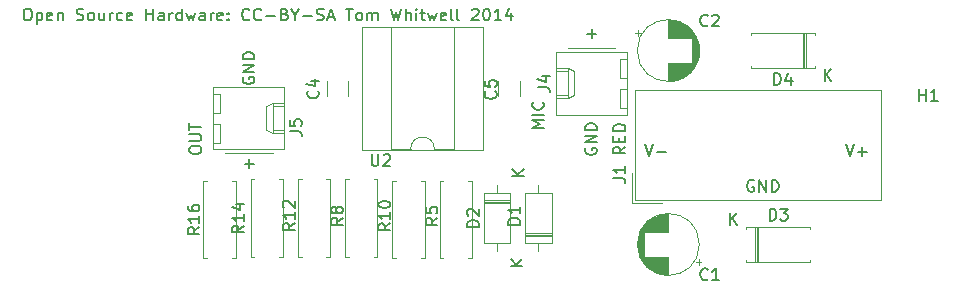
<source format=gbr>
G04 #@! TF.GenerationSoftware,KiCad,Pcbnew,5.1.6-c6e7f7d~87~ubuntu20.04.1*
G04 #@! TF.CreationDate,2020-08-28T15:20:52-04:00*
G04 #@! TF.ProjectId,Mikrokosmos,4d696b72-6f6b-46f7-936d-6f732e6b6963,rev?*
G04 #@! TF.SameCoordinates,Original*
G04 #@! TF.FileFunction,Legend,Top*
G04 #@! TF.FilePolarity,Positive*
%FSLAX46Y46*%
G04 Gerber Fmt 4.6, Leading zero omitted, Abs format (unit mm)*
G04 Created by KiCad (PCBNEW 5.1.6-c6e7f7d~87~ubuntu20.04.1) date 2020-08-28 15:20:52*
%MOMM*%
%LPD*%
G01*
G04 APERTURE LIST*
%ADD10C,0.150000*%
%ADD11C,0.120000*%
G04 APERTURE END LIST*
D10*
X122452380Y-113000000D02*
X122452380Y-112809523D01*
X122500000Y-112714285D01*
X122595238Y-112619047D01*
X122785714Y-112571428D01*
X123119047Y-112571428D01*
X123309523Y-112619047D01*
X123404761Y-112714285D01*
X123452380Y-112809523D01*
X123452380Y-113000000D01*
X123404761Y-113095238D01*
X123309523Y-113190476D01*
X123119047Y-113238095D01*
X122785714Y-113238095D01*
X122595238Y-113190476D01*
X122500000Y-113095238D01*
X122452380Y-113000000D01*
X122452380Y-112142857D02*
X123261904Y-112142857D01*
X123357142Y-112095238D01*
X123404761Y-112047619D01*
X123452380Y-111952380D01*
X123452380Y-111761904D01*
X123404761Y-111666666D01*
X123357142Y-111619047D01*
X123261904Y-111571428D01*
X122452380Y-111571428D01*
X122452380Y-111238095D02*
X122452380Y-110666666D01*
X123452380Y-110952380D02*
X122452380Y-110952380D01*
X152452380Y-111071428D02*
X151452380Y-111071428D01*
X152166666Y-110738095D01*
X151452380Y-110404761D01*
X152452380Y-110404761D01*
X152452380Y-109928571D02*
X151452380Y-109928571D01*
X152357142Y-108880952D02*
X152404761Y-108928571D01*
X152452380Y-109071428D01*
X152452380Y-109166666D01*
X152404761Y-109309523D01*
X152309523Y-109404761D01*
X152214285Y-109452380D01*
X152023809Y-109500000D01*
X151880952Y-109500000D01*
X151690476Y-109452380D01*
X151595238Y-109404761D01*
X151500000Y-109309523D01*
X151452380Y-109166666D01*
X151452380Y-109071428D01*
X151500000Y-108928571D01*
X151547619Y-108880952D01*
X170238095Y-115500000D02*
X170142857Y-115452380D01*
X170000000Y-115452380D01*
X169857142Y-115500000D01*
X169761904Y-115595238D01*
X169714285Y-115690476D01*
X169666666Y-115880952D01*
X169666666Y-116023809D01*
X169714285Y-116214285D01*
X169761904Y-116309523D01*
X169857142Y-116404761D01*
X170000000Y-116452380D01*
X170095238Y-116452380D01*
X170238095Y-116404761D01*
X170285714Y-116357142D01*
X170285714Y-116023809D01*
X170095238Y-116023809D01*
X170714285Y-116452380D02*
X170714285Y-115452380D01*
X171285714Y-116452380D01*
X171285714Y-115452380D01*
X171761904Y-116452380D02*
X171761904Y-115452380D01*
X172000000Y-115452380D01*
X172142857Y-115500000D01*
X172238095Y-115595238D01*
X172285714Y-115690476D01*
X172333333Y-115880952D01*
X172333333Y-116023809D01*
X172285714Y-116214285D01*
X172238095Y-116309523D01*
X172142857Y-116404761D01*
X172000000Y-116452380D01*
X171761904Y-116452380D01*
X178047619Y-112452380D02*
X178380952Y-113452380D01*
X178714285Y-112452380D01*
X179047619Y-113071428D02*
X179809523Y-113071428D01*
X179428571Y-113452380D02*
X179428571Y-112690476D01*
X161047619Y-112452380D02*
X161380952Y-113452380D01*
X161714285Y-112452380D01*
X162047619Y-113071428D02*
X162809523Y-113071428D01*
X108666666Y-100952380D02*
X108857142Y-100952380D01*
X108952380Y-101000000D01*
X109047619Y-101095238D01*
X109095238Y-101285714D01*
X109095238Y-101619047D01*
X109047619Y-101809523D01*
X108952380Y-101904761D01*
X108857142Y-101952380D01*
X108666666Y-101952380D01*
X108571428Y-101904761D01*
X108476190Y-101809523D01*
X108428571Y-101619047D01*
X108428571Y-101285714D01*
X108476190Y-101095238D01*
X108571428Y-101000000D01*
X108666666Y-100952380D01*
X109523809Y-101285714D02*
X109523809Y-102285714D01*
X109523809Y-101333333D02*
X109619047Y-101285714D01*
X109809523Y-101285714D01*
X109904761Y-101333333D01*
X109952380Y-101380952D01*
X110000000Y-101476190D01*
X110000000Y-101761904D01*
X109952380Y-101857142D01*
X109904761Y-101904761D01*
X109809523Y-101952380D01*
X109619047Y-101952380D01*
X109523809Y-101904761D01*
X110809523Y-101904761D02*
X110714285Y-101952380D01*
X110523809Y-101952380D01*
X110428571Y-101904761D01*
X110380952Y-101809523D01*
X110380952Y-101428571D01*
X110428571Y-101333333D01*
X110523809Y-101285714D01*
X110714285Y-101285714D01*
X110809523Y-101333333D01*
X110857142Y-101428571D01*
X110857142Y-101523809D01*
X110380952Y-101619047D01*
X111285714Y-101285714D02*
X111285714Y-101952380D01*
X111285714Y-101380952D02*
X111333333Y-101333333D01*
X111428571Y-101285714D01*
X111571428Y-101285714D01*
X111666666Y-101333333D01*
X111714285Y-101428571D01*
X111714285Y-101952380D01*
X112904761Y-101904761D02*
X113047619Y-101952380D01*
X113285714Y-101952380D01*
X113380952Y-101904761D01*
X113428571Y-101857142D01*
X113476190Y-101761904D01*
X113476190Y-101666666D01*
X113428571Y-101571428D01*
X113380952Y-101523809D01*
X113285714Y-101476190D01*
X113095238Y-101428571D01*
X113000000Y-101380952D01*
X112952380Y-101333333D01*
X112904761Y-101238095D01*
X112904761Y-101142857D01*
X112952380Y-101047619D01*
X113000000Y-101000000D01*
X113095238Y-100952380D01*
X113333333Y-100952380D01*
X113476190Y-101000000D01*
X114047619Y-101952380D02*
X113952380Y-101904761D01*
X113904761Y-101857142D01*
X113857142Y-101761904D01*
X113857142Y-101476190D01*
X113904761Y-101380952D01*
X113952380Y-101333333D01*
X114047619Y-101285714D01*
X114190476Y-101285714D01*
X114285714Y-101333333D01*
X114333333Y-101380952D01*
X114380952Y-101476190D01*
X114380952Y-101761904D01*
X114333333Y-101857142D01*
X114285714Y-101904761D01*
X114190476Y-101952380D01*
X114047619Y-101952380D01*
X115238095Y-101285714D02*
X115238095Y-101952380D01*
X114809523Y-101285714D02*
X114809523Y-101809523D01*
X114857142Y-101904761D01*
X114952380Y-101952380D01*
X115095238Y-101952380D01*
X115190476Y-101904761D01*
X115238095Y-101857142D01*
X115714285Y-101952380D02*
X115714285Y-101285714D01*
X115714285Y-101476190D02*
X115761904Y-101380952D01*
X115809523Y-101333333D01*
X115904761Y-101285714D01*
X116000000Y-101285714D01*
X116761904Y-101904761D02*
X116666666Y-101952380D01*
X116476190Y-101952380D01*
X116380952Y-101904761D01*
X116333333Y-101857142D01*
X116285714Y-101761904D01*
X116285714Y-101476190D01*
X116333333Y-101380952D01*
X116380952Y-101333333D01*
X116476190Y-101285714D01*
X116666666Y-101285714D01*
X116761904Y-101333333D01*
X117571428Y-101904761D02*
X117476190Y-101952380D01*
X117285714Y-101952380D01*
X117190476Y-101904761D01*
X117142857Y-101809523D01*
X117142857Y-101428571D01*
X117190476Y-101333333D01*
X117285714Y-101285714D01*
X117476190Y-101285714D01*
X117571428Y-101333333D01*
X117619047Y-101428571D01*
X117619047Y-101523809D01*
X117142857Y-101619047D01*
X118809523Y-101952380D02*
X118809523Y-100952380D01*
X118809523Y-101428571D02*
X119380952Y-101428571D01*
X119380952Y-101952380D02*
X119380952Y-100952380D01*
X120285714Y-101952380D02*
X120285714Y-101428571D01*
X120238095Y-101333333D01*
X120142857Y-101285714D01*
X119952380Y-101285714D01*
X119857142Y-101333333D01*
X120285714Y-101904761D02*
X120190476Y-101952380D01*
X119952380Y-101952380D01*
X119857142Y-101904761D01*
X119809523Y-101809523D01*
X119809523Y-101714285D01*
X119857142Y-101619047D01*
X119952380Y-101571428D01*
X120190476Y-101571428D01*
X120285714Y-101523809D01*
X120761904Y-101952380D02*
X120761904Y-101285714D01*
X120761904Y-101476190D02*
X120809523Y-101380952D01*
X120857142Y-101333333D01*
X120952380Y-101285714D01*
X121047619Y-101285714D01*
X121809523Y-101952380D02*
X121809523Y-100952380D01*
X121809523Y-101904761D02*
X121714285Y-101952380D01*
X121523809Y-101952380D01*
X121428571Y-101904761D01*
X121380952Y-101857142D01*
X121333333Y-101761904D01*
X121333333Y-101476190D01*
X121380952Y-101380952D01*
X121428571Y-101333333D01*
X121523809Y-101285714D01*
X121714285Y-101285714D01*
X121809523Y-101333333D01*
X122190476Y-101285714D02*
X122380952Y-101952380D01*
X122571428Y-101476190D01*
X122761904Y-101952380D01*
X122952380Y-101285714D01*
X123761904Y-101952380D02*
X123761904Y-101428571D01*
X123714285Y-101333333D01*
X123619047Y-101285714D01*
X123428571Y-101285714D01*
X123333333Y-101333333D01*
X123761904Y-101904761D02*
X123666666Y-101952380D01*
X123428571Y-101952380D01*
X123333333Y-101904761D01*
X123285714Y-101809523D01*
X123285714Y-101714285D01*
X123333333Y-101619047D01*
X123428571Y-101571428D01*
X123666666Y-101571428D01*
X123761904Y-101523809D01*
X124238095Y-101952380D02*
X124238095Y-101285714D01*
X124238095Y-101476190D02*
X124285714Y-101380952D01*
X124333333Y-101333333D01*
X124428571Y-101285714D01*
X124523809Y-101285714D01*
X125238095Y-101904761D02*
X125142857Y-101952380D01*
X124952380Y-101952380D01*
X124857142Y-101904761D01*
X124809523Y-101809523D01*
X124809523Y-101428571D01*
X124857142Y-101333333D01*
X124952380Y-101285714D01*
X125142857Y-101285714D01*
X125238095Y-101333333D01*
X125285714Y-101428571D01*
X125285714Y-101523809D01*
X124809523Y-101619047D01*
X125714285Y-101857142D02*
X125761904Y-101904761D01*
X125714285Y-101952380D01*
X125666666Y-101904761D01*
X125714285Y-101857142D01*
X125714285Y-101952380D01*
X125714285Y-101333333D02*
X125761904Y-101380952D01*
X125714285Y-101428571D01*
X125666666Y-101380952D01*
X125714285Y-101333333D01*
X125714285Y-101428571D01*
X127523809Y-101857142D02*
X127476190Y-101904761D01*
X127333333Y-101952380D01*
X127238095Y-101952380D01*
X127095238Y-101904761D01*
X127000000Y-101809523D01*
X126952380Y-101714285D01*
X126904761Y-101523809D01*
X126904761Y-101380952D01*
X126952380Y-101190476D01*
X127000000Y-101095238D01*
X127095238Y-101000000D01*
X127238095Y-100952380D01*
X127333333Y-100952380D01*
X127476190Y-101000000D01*
X127523809Y-101047619D01*
X128523809Y-101857142D02*
X128476190Y-101904761D01*
X128333333Y-101952380D01*
X128238095Y-101952380D01*
X128095238Y-101904761D01*
X128000000Y-101809523D01*
X127952380Y-101714285D01*
X127904761Y-101523809D01*
X127904761Y-101380952D01*
X127952380Y-101190476D01*
X128000000Y-101095238D01*
X128095238Y-101000000D01*
X128238095Y-100952380D01*
X128333333Y-100952380D01*
X128476190Y-101000000D01*
X128523809Y-101047619D01*
X128952380Y-101571428D02*
X129714285Y-101571428D01*
X130523809Y-101428571D02*
X130666666Y-101476190D01*
X130714285Y-101523809D01*
X130761904Y-101619047D01*
X130761904Y-101761904D01*
X130714285Y-101857142D01*
X130666666Y-101904761D01*
X130571428Y-101952380D01*
X130190476Y-101952380D01*
X130190476Y-100952380D01*
X130523809Y-100952380D01*
X130619047Y-101000000D01*
X130666666Y-101047619D01*
X130714285Y-101142857D01*
X130714285Y-101238095D01*
X130666666Y-101333333D01*
X130619047Y-101380952D01*
X130523809Y-101428571D01*
X130190476Y-101428571D01*
X131380952Y-101476190D02*
X131380952Y-101952380D01*
X131047619Y-100952380D02*
X131380952Y-101476190D01*
X131714285Y-100952380D01*
X132047619Y-101571428D02*
X132809523Y-101571428D01*
X133238095Y-101904761D02*
X133380952Y-101952380D01*
X133619047Y-101952380D01*
X133714285Y-101904761D01*
X133761904Y-101857142D01*
X133809523Y-101761904D01*
X133809523Y-101666666D01*
X133761904Y-101571428D01*
X133714285Y-101523809D01*
X133619047Y-101476190D01*
X133428571Y-101428571D01*
X133333333Y-101380952D01*
X133285714Y-101333333D01*
X133238095Y-101238095D01*
X133238095Y-101142857D01*
X133285714Y-101047619D01*
X133333333Y-101000000D01*
X133428571Y-100952380D01*
X133666666Y-100952380D01*
X133809523Y-101000000D01*
X134190476Y-101666666D02*
X134666666Y-101666666D01*
X134095238Y-101952380D02*
X134428571Y-100952380D01*
X134761904Y-101952380D01*
X135714285Y-100952380D02*
X136285714Y-100952380D01*
X136000000Y-101952380D02*
X136000000Y-100952380D01*
X136761904Y-101952380D02*
X136666666Y-101904761D01*
X136619047Y-101857142D01*
X136571428Y-101761904D01*
X136571428Y-101476190D01*
X136619047Y-101380952D01*
X136666666Y-101333333D01*
X136761904Y-101285714D01*
X136904761Y-101285714D01*
X137000000Y-101333333D01*
X137047619Y-101380952D01*
X137095238Y-101476190D01*
X137095238Y-101761904D01*
X137047619Y-101857142D01*
X137000000Y-101904761D01*
X136904761Y-101952380D01*
X136761904Y-101952380D01*
X137523809Y-101952380D02*
X137523809Y-101285714D01*
X137523809Y-101380952D02*
X137571428Y-101333333D01*
X137666666Y-101285714D01*
X137809523Y-101285714D01*
X137904761Y-101333333D01*
X137952380Y-101428571D01*
X137952380Y-101952380D01*
X137952380Y-101428571D02*
X138000000Y-101333333D01*
X138095238Y-101285714D01*
X138238095Y-101285714D01*
X138333333Y-101333333D01*
X138380952Y-101428571D01*
X138380952Y-101952380D01*
X139523809Y-100952380D02*
X139761904Y-101952380D01*
X139952380Y-101238095D01*
X140142857Y-101952380D01*
X140380952Y-100952380D01*
X140761904Y-101952380D02*
X140761904Y-100952380D01*
X141190476Y-101952380D02*
X141190476Y-101428571D01*
X141142857Y-101333333D01*
X141047619Y-101285714D01*
X140904761Y-101285714D01*
X140809523Y-101333333D01*
X140761904Y-101380952D01*
X141666666Y-101952380D02*
X141666666Y-101285714D01*
X141666666Y-100952380D02*
X141619047Y-101000000D01*
X141666666Y-101047619D01*
X141714285Y-101000000D01*
X141666666Y-100952380D01*
X141666666Y-101047619D01*
X142000000Y-101285714D02*
X142380952Y-101285714D01*
X142142857Y-100952380D02*
X142142857Y-101809523D01*
X142190476Y-101904761D01*
X142285714Y-101952380D01*
X142380952Y-101952380D01*
X142619047Y-101285714D02*
X142809523Y-101952380D01*
X143000000Y-101476190D01*
X143190476Y-101952380D01*
X143380952Y-101285714D01*
X144142857Y-101904761D02*
X144047619Y-101952380D01*
X143857142Y-101952380D01*
X143761904Y-101904761D01*
X143714285Y-101809523D01*
X143714285Y-101428571D01*
X143761904Y-101333333D01*
X143857142Y-101285714D01*
X144047619Y-101285714D01*
X144142857Y-101333333D01*
X144190476Y-101428571D01*
X144190476Y-101523809D01*
X143714285Y-101619047D01*
X144761904Y-101952380D02*
X144666666Y-101904761D01*
X144619047Y-101809523D01*
X144619047Y-100952380D01*
X145285714Y-101952380D02*
X145190476Y-101904761D01*
X145142857Y-101809523D01*
X145142857Y-100952380D01*
X146380952Y-101047619D02*
X146428571Y-101000000D01*
X146523809Y-100952380D01*
X146761904Y-100952380D01*
X146857142Y-101000000D01*
X146904761Y-101047619D01*
X146952380Y-101142857D01*
X146952380Y-101238095D01*
X146904761Y-101380952D01*
X146333333Y-101952380D01*
X146952380Y-101952380D01*
X147571428Y-100952380D02*
X147666666Y-100952380D01*
X147761904Y-101000000D01*
X147809523Y-101047619D01*
X147857142Y-101142857D01*
X147904761Y-101333333D01*
X147904761Y-101571428D01*
X147857142Y-101761904D01*
X147809523Y-101857142D01*
X147761904Y-101904761D01*
X147666666Y-101952380D01*
X147571428Y-101952380D01*
X147476190Y-101904761D01*
X147428571Y-101857142D01*
X147380952Y-101761904D01*
X147333333Y-101571428D01*
X147333333Y-101333333D01*
X147380952Y-101142857D01*
X147428571Y-101047619D01*
X147476190Y-101000000D01*
X147571428Y-100952380D01*
X148857142Y-101952380D02*
X148285714Y-101952380D01*
X148571428Y-101952380D02*
X148571428Y-100952380D01*
X148476190Y-101095238D01*
X148380952Y-101190476D01*
X148285714Y-101238095D01*
X149714285Y-101285714D02*
X149714285Y-101952380D01*
X149476190Y-100904761D02*
X149238095Y-101619047D01*
X149857142Y-101619047D01*
X156000000Y-112761904D02*
X155952380Y-112857142D01*
X155952380Y-113000000D01*
X156000000Y-113142857D01*
X156095238Y-113238095D01*
X156190476Y-113285714D01*
X156380952Y-113333333D01*
X156523809Y-113333333D01*
X156714285Y-113285714D01*
X156809523Y-113238095D01*
X156904761Y-113142857D01*
X156952380Y-113000000D01*
X156952380Y-112904761D01*
X156904761Y-112761904D01*
X156857142Y-112714285D01*
X156523809Y-112714285D01*
X156523809Y-112904761D01*
X156952380Y-112285714D02*
X155952380Y-112285714D01*
X156952380Y-111714285D01*
X155952380Y-111714285D01*
X156952380Y-111238095D02*
X155952380Y-111238095D01*
X155952380Y-111000000D01*
X156000000Y-110857142D01*
X156095238Y-110761904D01*
X156190476Y-110714285D01*
X156380952Y-110666666D01*
X156523809Y-110666666D01*
X156714285Y-110714285D01*
X156809523Y-110761904D01*
X156904761Y-110857142D01*
X156952380Y-111000000D01*
X156952380Y-111238095D01*
X156119047Y-103071428D02*
X156880952Y-103071428D01*
X156500000Y-103452380D02*
X156500000Y-102690476D01*
X127119047Y-114071428D02*
X127880952Y-114071428D01*
X127500000Y-114452380D02*
X127500000Y-113690476D01*
X127000000Y-106761904D02*
X126952380Y-106857142D01*
X126952380Y-107000000D01*
X127000000Y-107142857D01*
X127095238Y-107238095D01*
X127190476Y-107285714D01*
X127380952Y-107333333D01*
X127523809Y-107333333D01*
X127714285Y-107285714D01*
X127809523Y-107238095D01*
X127904761Y-107142857D01*
X127952380Y-107000000D01*
X127952380Y-106904761D01*
X127904761Y-106761904D01*
X127857142Y-106714285D01*
X127523809Y-106714285D01*
X127523809Y-106904761D01*
X127952380Y-106285714D02*
X126952380Y-106285714D01*
X127952380Y-105714285D01*
X126952380Y-105714285D01*
X127952380Y-105238095D02*
X126952380Y-105238095D01*
X126952380Y-105000000D01*
X127000000Y-104857142D01*
X127095238Y-104761904D01*
X127190476Y-104714285D01*
X127380952Y-104666666D01*
X127523809Y-104666666D01*
X127714285Y-104714285D01*
X127809523Y-104761904D01*
X127904761Y-104857142D01*
X127952380Y-105000000D01*
X127952380Y-105238095D01*
D11*
X124470000Y-112880000D02*
X130490000Y-112880000D01*
X130490000Y-112880000D02*
X130490000Y-107580000D01*
X130490000Y-107580000D02*
X124470000Y-107580000D01*
X124470000Y-107580000D02*
X124470000Y-112880000D01*
X125500000Y-113170000D02*
X129500000Y-113170000D01*
X130490000Y-111500000D02*
X129490000Y-111500000D01*
X129490000Y-111500000D02*
X129490000Y-108960000D01*
X129490000Y-108960000D02*
X130490000Y-108960000D01*
X129490000Y-111500000D02*
X128960000Y-111250000D01*
X128960000Y-111250000D02*
X128960000Y-109210000D01*
X128960000Y-109210000D02*
X129490000Y-108960000D01*
X130490000Y-111250000D02*
X129490000Y-111250000D01*
X130490000Y-109210000D02*
X129490000Y-109210000D01*
X124470000Y-112300000D02*
X125070000Y-112300000D01*
X125070000Y-112300000D02*
X125070000Y-110700000D01*
X125070000Y-110700000D02*
X124470000Y-110700000D01*
X124470000Y-109760000D02*
X125070000Y-109760000D01*
X125070000Y-109760000D02*
X125070000Y-108160000D01*
X125070000Y-108160000D02*
X124470000Y-108160000D01*
X159530000Y-104620000D02*
X153510000Y-104620000D01*
X153510000Y-104620000D02*
X153510000Y-109920000D01*
X153510000Y-109920000D02*
X159530000Y-109920000D01*
X159530000Y-109920000D02*
X159530000Y-104620000D01*
X158500000Y-104330000D02*
X154500000Y-104330000D01*
X153510000Y-106000000D02*
X154510000Y-106000000D01*
X154510000Y-106000000D02*
X154510000Y-108540000D01*
X154510000Y-108540000D02*
X153510000Y-108540000D01*
X154510000Y-106000000D02*
X155040000Y-106250000D01*
X155040000Y-106250000D02*
X155040000Y-108290000D01*
X155040000Y-108290000D02*
X154510000Y-108540000D01*
X153510000Y-106250000D02*
X154510000Y-106250000D01*
X153510000Y-108290000D02*
X154510000Y-108290000D01*
X159530000Y-105200000D02*
X158930000Y-105200000D01*
X158930000Y-105200000D02*
X158930000Y-106800000D01*
X158930000Y-106800000D02*
X159530000Y-106800000D01*
X159530000Y-107740000D02*
X158930000Y-107740000D01*
X158930000Y-107740000D02*
X158930000Y-109340000D01*
X158930000Y-109340000D02*
X159530000Y-109340000D01*
X175410000Y-105840000D02*
X175410000Y-105970000D01*
X175410000Y-105970000D02*
X169970000Y-105970000D01*
X169970000Y-105970000D02*
X169970000Y-105840000D01*
X175410000Y-103160000D02*
X175410000Y-103030000D01*
X175410000Y-103030000D02*
X169970000Y-103030000D01*
X169970000Y-103030000D02*
X169970000Y-103160000D01*
X174510000Y-105970000D02*
X174510000Y-103030000D01*
X174390000Y-105970000D02*
X174390000Y-103030000D01*
X174630000Y-105970000D02*
X174630000Y-103030000D01*
X169590000Y-119580000D02*
X169590000Y-119450000D01*
X169590000Y-119450000D02*
X175030000Y-119450000D01*
X175030000Y-119450000D02*
X175030000Y-119580000D01*
X169590000Y-122260000D02*
X169590000Y-122390000D01*
X169590000Y-122390000D02*
X175030000Y-122390000D01*
X175030000Y-122390000D02*
X175030000Y-122260000D01*
X170490000Y-119450000D02*
X170490000Y-122390000D01*
X170610000Y-119450000D02*
X170610000Y-122390000D01*
X170370000Y-119450000D02*
X170370000Y-122390000D01*
X150880000Y-120810000D02*
X153120000Y-120810000D01*
X153120000Y-120810000D02*
X153120000Y-116570000D01*
X153120000Y-116570000D02*
X150880000Y-116570000D01*
X150880000Y-116570000D02*
X150880000Y-120810000D01*
X152000000Y-121460000D02*
X152000000Y-120810000D01*
X152000000Y-115920000D02*
X152000000Y-116570000D01*
X150880000Y-120090000D02*
X153120000Y-120090000D01*
X150880000Y-119970000D02*
X153120000Y-119970000D01*
X150880000Y-120210000D02*
X153120000Y-120210000D01*
X149620000Y-116570000D02*
X147380000Y-116570000D01*
X147380000Y-116570000D02*
X147380000Y-120810000D01*
X147380000Y-120810000D02*
X149620000Y-120810000D01*
X149620000Y-120810000D02*
X149620000Y-116570000D01*
X148500000Y-115920000D02*
X148500000Y-116570000D01*
X148500000Y-121460000D02*
X148500000Y-120810000D01*
X149620000Y-117290000D02*
X147380000Y-117290000D01*
X149620000Y-117410000D02*
X147380000Y-117410000D01*
X149620000Y-117170000D02*
X147380000Y-117170000D01*
X159900000Y-117425000D02*
X159900000Y-114885000D01*
X159900000Y-117425000D02*
X162440000Y-117425000D01*
X160150000Y-117175000D02*
X160150000Y-107825000D01*
X181010000Y-117175000D02*
X160150000Y-117175000D01*
X181010000Y-107825000D02*
X181010000Y-117175000D01*
X160150000Y-107825000D02*
X181010000Y-107825000D01*
X143190000Y-112830000D02*
X144840000Y-112830000D01*
X144840000Y-112830000D02*
X144840000Y-102550000D01*
X144840000Y-102550000D02*
X139540000Y-102550000D01*
X139540000Y-102550000D02*
X139540000Y-112830000D01*
X139540000Y-112830000D02*
X141190000Y-112830000D01*
X147330000Y-112890000D02*
X147330000Y-102490000D01*
X147330000Y-102490000D02*
X137050000Y-102490000D01*
X137050000Y-102490000D02*
X137050000Y-112890000D01*
X137050000Y-112890000D02*
X147330000Y-112890000D01*
X141190000Y-112830000D02*
G75*
G02*
X143190000Y-112830000I1000000J0D01*
G01*
X126040000Y-115540000D02*
X126370000Y-115540000D01*
X126370000Y-115540000D02*
X126370000Y-122080000D01*
X126370000Y-122080000D02*
X126040000Y-122080000D01*
X123960000Y-115540000D02*
X123630000Y-115540000D01*
X123630000Y-115540000D02*
X123630000Y-122080000D01*
X123630000Y-122080000D02*
X123960000Y-122080000D01*
X127960000Y-121960000D02*
X127630000Y-121960000D01*
X127630000Y-121960000D02*
X127630000Y-115420000D01*
X127630000Y-115420000D02*
X127960000Y-115420000D01*
X130040000Y-121960000D02*
X130370000Y-121960000D01*
X130370000Y-121960000D02*
X130370000Y-115420000D01*
X130370000Y-115420000D02*
X130040000Y-115420000D01*
X134040000Y-115420000D02*
X134370000Y-115420000D01*
X134370000Y-115420000D02*
X134370000Y-121960000D01*
X134370000Y-121960000D02*
X134040000Y-121960000D01*
X131960000Y-115420000D02*
X131630000Y-115420000D01*
X131630000Y-115420000D02*
X131630000Y-121960000D01*
X131630000Y-121960000D02*
X131960000Y-121960000D01*
X142040000Y-115540000D02*
X142370000Y-115540000D01*
X142370000Y-115540000D02*
X142370000Y-122080000D01*
X142370000Y-122080000D02*
X142040000Y-122080000D01*
X139960000Y-115540000D02*
X139630000Y-115540000D01*
X139630000Y-115540000D02*
X139630000Y-122080000D01*
X139630000Y-122080000D02*
X139960000Y-122080000D01*
X138040000Y-115420000D02*
X138370000Y-115420000D01*
X138370000Y-115420000D02*
X138370000Y-121960000D01*
X138370000Y-121960000D02*
X138040000Y-121960000D01*
X135960000Y-115420000D02*
X135630000Y-115420000D01*
X135630000Y-115420000D02*
X135630000Y-121960000D01*
X135630000Y-121960000D02*
X135960000Y-121960000D01*
X146040000Y-115540000D02*
X146370000Y-115540000D01*
X146370000Y-115540000D02*
X146370000Y-122080000D01*
X146370000Y-122080000D02*
X146040000Y-122080000D01*
X143960000Y-115540000D02*
X143630000Y-115540000D01*
X143630000Y-115540000D02*
X143630000Y-122080000D01*
X143630000Y-122080000D02*
X143960000Y-122080000D01*
X148580000Y-108379000D02*
X148580000Y-107121000D01*
X150420000Y-108379000D02*
X150420000Y-107121000D01*
X134080000Y-108379000D02*
X134080000Y-107121000D01*
X135920000Y-108379000D02*
X135920000Y-107121000D01*
X165620000Y-104500000D02*
G75*
G03*
X165620000Y-104500000I-2620000J0D01*
G01*
X163000000Y-105540000D02*
X163000000Y-107080000D01*
X163000000Y-101920000D02*
X163000000Y-103460000D01*
X163040000Y-105540000D02*
X163040000Y-107080000D01*
X163040000Y-101920000D02*
X163040000Y-103460000D01*
X163080000Y-101921000D02*
X163080000Y-103460000D01*
X163080000Y-105540000D02*
X163080000Y-107079000D01*
X163120000Y-101922000D02*
X163120000Y-103460000D01*
X163120000Y-105540000D02*
X163120000Y-107078000D01*
X163160000Y-101924000D02*
X163160000Y-103460000D01*
X163160000Y-105540000D02*
X163160000Y-107076000D01*
X163200000Y-101927000D02*
X163200000Y-103460000D01*
X163200000Y-105540000D02*
X163200000Y-107073000D01*
X163240000Y-101931000D02*
X163240000Y-103460000D01*
X163240000Y-105540000D02*
X163240000Y-107069000D01*
X163280000Y-101935000D02*
X163280000Y-103460000D01*
X163280000Y-105540000D02*
X163280000Y-107065000D01*
X163320000Y-101939000D02*
X163320000Y-103460000D01*
X163320000Y-105540000D02*
X163320000Y-107061000D01*
X163360000Y-101944000D02*
X163360000Y-103460000D01*
X163360000Y-105540000D02*
X163360000Y-107056000D01*
X163400000Y-101950000D02*
X163400000Y-103460000D01*
X163400000Y-105540000D02*
X163400000Y-107050000D01*
X163440000Y-101957000D02*
X163440000Y-103460000D01*
X163440000Y-105540000D02*
X163440000Y-107043000D01*
X163480000Y-101964000D02*
X163480000Y-103460000D01*
X163480000Y-105540000D02*
X163480000Y-107036000D01*
X163520000Y-101972000D02*
X163520000Y-103460000D01*
X163520000Y-105540000D02*
X163520000Y-107028000D01*
X163560000Y-101980000D02*
X163560000Y-103460000D01*
X163560000Y-105540000D02*
X163560000Y-107020000D01*
X163600000Y-101989000D02*
X163600000Y-103460000D01*
X163600000Y-105540000D02*
X163600000Y-107011000D01*
X163640000Y-101999000D02*
X163640000Y-103460000D01*
X163640000Y-105540000D02*
X163640000Y-107001000D01*
X163680000Y-102009000D02*
X163680000Y-103460000D01*
X163680000Y-105540000D02*
X163680000Y-106991000D01*
X163721000Y-102020000D02*
X163721000Y-103460000D01*
X163721000Y-105540000D02*
X163721000Y-106980000D01*
X163761000Y-102032000D02*
X163761000Y-103460000D01*
X163761000Y-105540000D02*
X163761000Y-106968000D01*
X163801000Y-102045000D02*
X163801000Y-103460000D01*
X163801000Y-105540000D02*
X163801000Y-106955000D01*
X163841000Y-102058000D02*
X163841000Y-103460000D01*
X163841000Y-105540000D02*
X163841000Y-106942000D01*
X163881000Y-102072000D02*
X163881000Y-103460000D01*
X163881000Y-105540000D02*
X163881000Y-106928000D01*
X163921000Y-102086000D02*
X163921000Y-103460000D01*
X163921000Y-105540000D02*
X163921000Y-106914000D01*
X163961000Y-102102000D02*
X163961000Y-103460000D01*
X163961000Y-105540000D02*
X163961000Y-106898000D01*
X164001000Y-102118000D02*
X164001000Y-103460000D01*
X164001000Y-105540000D02*
X164001000Y-106882000D01*
X164041000Y-102135000D02*
X164041000Y-103460000D01*
X164041000Y-105540000D02*
X164041000Y-106865000D01*
X164081000Y-102152000D02*
X164081000Y-103460000D01*
X164081000Y-105540000D02*
X164081000Y-106848000D01*
X164121000Y-102171000D02*
X164121000Y-103460000D01*
X164121000Y-105540000D02*
X164121000Y-106829000D01*
X164161000Y-102190000D02*
X164161000Y-103460000D01*
X164161000Y-105540000D02*
X164161000Y-106810000D01*
X164201000Y-102210000D02*
X164201000Y-103460000D01*
X164201000Y-105540000D02*
X164201000Y-106790000D01*
X164241000Y-102232000D02*
X164241000Y-103460000D01*
X164241000Y-105540000D02*
X164241000Y-106768000D01*
X164281000Y-102253000D02*
X164281000Y-103460000D01*
X164281000Y-105540000D02*
X164281000Y-106747000D01*
X164321000Y-102276000D02*
X164321000Y-103460000D01*
X164321000Y-105540000D02*
X164321000Y-106724000D01*
X164361000Y-102300000D02*
X164361000Y-103460000D01*
X164361000Y-105540000D02*
X164361000Y-106700000D01*
X164401000Y-102325000D02*
X164401000Y-103460000D01*
X164401000Y-105540000D02*
X164401000Y-106675000D01*
X164441000Y-102351000D02*
X164441000Y-103460000D01*
X164441000Y-105540000D02*
X164441000Y-106649000D01*
X164481000Y-102378000D02*
X164481000Y-103460000D01*
X164481000Y-105540000D02*
X164481000Y-106622000D01*
X164521000Y-102405000D02*
X164521000Y-103460000D01*
X164521000Y-105540000D02*
X164521000Y-106595000D01*
X164561000Y-102435000D02*
X164561000Y-103460000D01*
X164561000Y-105540000D02*
X164561000Y-106565000D01*
X164601000Y-102465000D02*
X164601000Y-103460000D01*
X164601000Y-105540000D02*
X164601000Y-106535000D01*
X164641000Y-102496000D02*
X164641000Y-103460000D01*
X164641000Y-105540000D02*
X164641000Y-106504000D01*
X164681000Y-102529000D02*
X164681000Y-103460000D01*
X164681000Y-105540000D02*
X164681000Y-106471000D01*
X164721000Y-102563000D02*
X164721000Y-103460000D01*
X164721000Y-105540000D02*
X164721000Y-106437000D01*
X164761000Y-102599000D02*
X164761000Y-103460000D01*
X164761000Y-105540000D02*
X164761000Y-106401000D01*
X164801000Y-102636000D02*
X164801000Y-103460000D01*
X164801000Y-105540000D02*
X164801000Y-106364000D01*
X164841000Y-102674000D02*
X164841000Y-103460000D01*
X164841000Y-105540000D02*
X164841000Y-106326000D01*
X164881000Y-102715000D02*
X164881000Y-103460000D01*
X164881000Y-105540000D02*
X164881000Y-106285000D01*
X164921000Y-102757000D02*
X164921000Y-103460000D01*
X164921000Y-105540000D02*
X164921000Y-106243000D01*
X164961000Y-102801000D02*
X164961000Y-103460000D01*
X164961000Y-105540000D02*
X164961000Y-106199000D01*
X165001000Y-102847000D02*
X165001000Y-103460000D01*
X165001000Y-105540000D02*
X165001000Y-106153000D01*
X165041000Y-102895000D02*
X165041000Y-106105000D01*
X165081000Y-102946000D02*
X165081000Y-106054000D01*
X165121000Y-103000000D02*
X165121000Y-106000000D01*
X165161000Y-103057000D02*
X165161000Y-105943000D01*
X165201000Y-103117000D02*
X165201000Y-105883000D01*
X165241000Y-103181000D02*
X165241000Y-105819000D01*
X165281000Y-103249000D02*
X165281000Y-105751000D01*
X165321000Y-103322000D02*
X165321000Y-105678000D01*
X165361000Y-103402000D02*
X165361000Y-105598000D01*
X165401000Y-103489000D02*
X165401000Y-105511000D01*
X165441000Y-103585000D02*
X165441000Y-105415000D01*
X165481000Y-103695000D02*
X165481000Y-105305000D01*
X165521000Y-103823000D02*
X165521000Y-105177000D01*
X165561000Y-103982000D02*
X165561000Y-105018000D01*
X165601000Y-104216000D02*
X165601000Y-104784000D01*
X160195225Y-103025000D02*
X160695225Y-103025000D01*
X160445225Y-102775000D02*
X160445225Y-103275000D01*
X165620000Y-120920000D02*
G75*
G03*
X165620000Y-120920000I-2620000J0D01*
G01*
X163000000Y-119880000D02*
X163000000Y-118340000D01*
X163000000Y-123500000D02*
X163000000Y-121960000D01*
X162960000Y-119880000D02*
X162960000Y-118340000D01*
X162960000Y-123500000D02*
X162960000Y-121960000D01*
X162920000Y-123499000D02*
X162920000Y-121960000D01*
X162920000Y-119880000D02*
X162920000Y-118341000D01*
X162880000Y-123498000D02*
X162880000Y-121960000D01*
X162880000Y-119880000D02*
X162880000Y-118342000D01*
X162840000Y-123496000D02*
X162840000Y-121960000D01*
X162840000Y-119880000D02*
X162840000Y-118344000D01*
X162800000Y-123493000D02*
X162800000Y-121960000D01*
X162800000Y-119880000D02*
X162800000Y-118347000D01*
X162760000Y-123489000D02*
X162760000Y-121960000D01*
X162760000Y-119880000D02*
X162760000Y-118351000D01*
X162720000Y-123485000D02*
X162720000Y-121960000D01*
X162720000Y-119880000D02*
X162720000Y-118355000D01*
X162680000Y-123481000D02*
X162680000Y-121960000D01*
X162680000Y-119880000D02*
X162680000Y-118359000D01*
X162640000Y-123476000D02*
X162640000Y-121960000D01*
X162640000Y-119880000D02*
X162640000Y-118364000D01*
X162600000Y-123470000D02*
X162600000Y-121960000D01*
X162600000Y-119880000D02*
X162600000Y-118370000D01*
X162560000Y-123463000D02*
X162560000Y-121960000D01*
X162560000Y-119880000D02*
X162560000Y-118377000D01*
X162520000Y-123456000D02*
X162520000Y-121960000D01*
X162520000Y-119880000D02*
X162520000Y-118384000D01*
X162480000Y-123448000D02*
X162480000Y-121960000D01*
X162480000Y-119880000D02*
X162480000Y-118392000D01*
X162440000Y-123440000D02*
X162440000Y-121960000D01*
X162440000Y-119880000D02*
X162440000Y-118400000D01*
X162400000Y-123431000D02*
X162400000Y-121960000D01*
X162400000Y-119880000D02*
X162400000Y-118409000D01*
X162360000Y-123421000D02*
X162360000Y-121960000D01*
X162360000Y-119880000D02*
X162360000Y-118419000D01*
X162320000Y-123411000D02*
X162320000Y-121960000D01*
X162320000Y-119880000D02*
X162320000Y-118429000D01*
X162279000Y-123400000D02*
X162279000Y-121960000D01*
X162279000Y-119880000D02*
X162279000Y-118440000D01*
X162239000Y-123388000D02*
X162239000Y-121960000D01*
X162239000Y-119880000D02*
X162239000Y-118452000D01*
X162199000Y-123375000D02*
X162199000Y-121960000D01*
X162199000Y-119880000D02*
X162199000Y-118465000D01*
X162159000Y-123362000D02*
X162159000Y-121960000D01*
X162159000Y-119880000D02*
X162159000Y-118478000D01*
X162119000Y-123348000D02*
X162119000Y-121960000D01*
X162119000Y-119880000D02*
X162119000Y-118492000D01*
X162079000Y-123334000D02*
X162079000Y-121960000D01*
X162079000Y-119880000D02*
X162079000Y-118506000D01*
X162039000Y-123318000D02*
X162039000Y-121960000D01*
X162039000Y-119880000D02*
X162039000Y-118522000D01*
X161999000Y-123302000D02*
X161999000Y-121960000D01*
X161999000Y-119880000D02*
X161999000Y-118538000D01*
X161959000Y-123285000D02*
X161959000Y-121960000D01*
X161959000Y-119880000D02*
X161959000Y-118555000D01*
X161919000Y-123268000D02*
X161919000Y-121960000D01*
X161919000Y-119880000D02*
X161919000Y-118572000D01*
X161879000Y-123249000D02*
X161879000Y-121960000D01*
X161879000Y-119880000D02*
X161879000Y-118591000D01*
X161839000Y-123230000D02*
X161839000Y-121960000D01*
X161839000Y-119880000D02*
X161839000Y-118610000D01*
X161799000Y-123210000D02*
X161799000Y-121960000D01*
X161799000Y-119880000D02*
X161799000Y-118630000D01*
X161759000Y-123188000D02*
X161759000Y-121960000D01*
X161759000Y-119880000D02*
X161759000Y-118652000D01*
X161719000Y-123167000D02*
X161719000Y-121960000D01*
X161719000Y-119880000D02*
X161719000Y-118673000D01*
X161679000Y-123144000D02*
X161679000Y-121960000D01*
X161679000Y-119880000D02*
X161679000Y-118696000D01*
X161639000Y-123120000D02*
X161639000Y-121960000D01*
X161639000Y-119880000D02*
X161639000Y-118720000D01*
X161599000Y-123095000D02*
X161599000Y-121960000D01*
X161599000Y-119880000D02*
X161599000Y-118745000D01*
X161559000Y-123069000D02*
X161559000Y-121960000D01*
X161559000Y-119880000D02*
X161559000Y-118771000D01*
X161519000Y-123042000D02*
X161519000Y-121960000D01*
X161519000Y-119880000D02*
X161519000Y-118798000D01*
X161479000Y-123015000D02*
X161479000Y-121960000D01*
X161479000Y-119880000D02*
X161479000Y-118825000D01*
X161439000Y-122985000D02*
X161439000Y-121960000D01*
X161439000Y-119880000D02*
X161439000Y-118855000D01*
X161399000Y-122955000D02*
X161399000Y-121960000D01*
X161399000Y-119880000D02*
X161399000Y-118885000D01*
X161359000Y-122924000D02*
X161359000Y-121960000D01*
X161359000Y-119880000D02*
X161359000Y-118916000D01*
X161319000Y-122891000D02*
X161319000Y-121960000D01*
X161319000Y-119880000D02*
X161319000Y-118949000D01*
X161279000Y-122857000D02*
X161279000Y-121960000D01*
X161279000Y-119880000D02*
X161279000Y-118983000D01*
X161239000Y-122821000D02*
X161239000Y-121960000D01*
X161239000Y-119880000D02*
X161239000Y-119019000D01*
X161199000Y-122784000D02*
X161199000Y-121960000D01*
X161199000Y-119880000D02*
X161199000Y-119056000D01*
X161159000Y-122746000D02*
X161159000Y-121960000D01*
X161159000Y-119880000D02*
X161159000Y-119094000D01*
X161119000Y-122705000D02*
X161119000Y-121960000D01*
X161119000Y-119880000D02*
X161119000Y-119135000D01*
X161079000Y-122663000D02*
X161079000Y-121960000D01*
X161079000Y-119880000D02*
X161079000Y-119177000D01*
X161039000Y-122619000D02*
X161039000Y-121960000D01*
X161039000Y-119880000D02*
X161039000Y-119221000D01*
X160999000Y-122573000D02*
X160999000Y-121960000D01*
X160999000Y-119880000D02*
X160999000Y-119267000D01*
X160959000Y-122525000D02*
X160959000Y-119315000D01*
X160919000Y-122474000D02*
X160919000Y-119366000D01*
X160879000Y-122420000D02*
X160879000Y-119420000D01*
X160839000Y-122363000D02*
X160839000Y-119477000D01*
X160799000Y-122303000D02*
X160799000Y-119537000D01*
X160759000Y-122239000D02*
X160759000Y-119601000D01*
X160719000Y-122171000D02*
X160719000Y-119669000D01*
X160679000Y-122098000D02*
X160679000Y-119742000D01*
X160639000Y-122018000D02*
X160639000Y-119822000D01*
X160599000Y-121931000D02*
X160599000Y-119909000D01*
X160559000Y-121835000D02*
X160559000Y-120005000D01*
X160519000Y-121725000D02*
X160519000Y-120115000D01*
X160479000Y-121597000D02*
X160479000Y-120243000D01*
X160439000Y-121438000D02*
X160439000Y-120402000D01*
X160399000Y-121204000D02*
X160399000Y-120636000D01*
X165804775Y-122395000D02*
X165304775Y-122395000D01*
X165554775Y-122645000D02*
X165554775Y-122145000D01*
D10*
X130952380Y-111333333D02*
X131666666Y-111333333D01*
X131809523Y-111380952D01*
X131904761Y-111476190D01*
X131952380Y-111619047D01*
X131952380Y-111714285D01*
X130952380Y-110380952D02*
X130952380Y-110857142D01*
X131428571Y-110904761D01*
X131380952Y-110857142D01*
X131333333Y-110761904D01*
X131333333Y-110523809D01*
X131380952Y-110428571D01*
X131428571Y-110380952D01*
X131523809Y-110333333D01*
X131761904Y-110333333D01*
X131857142Y-110380952D01*
X131904761Y-110428571D01*
X131952380Y-110523809D01*
X131952380Y-110761904D01*
X131904761Y-110857142D01*
X131857142Y-110904761D01*
X151952380Y-107603333D02*
X152666666Y-107603333D01*
X152809523Y-107650952D01*
X152904761Y-107746190D01*
X152952380Y-107889047D01*
X152952380Y-107984285D01*
X152285714Y-106698571D02*
X152952380Y-106698571D01*
X151904761Y-106936666D02*
X152619047Y-107174761D01*
X152619047Y-106555714D01*
X184238095Y-108752380D02*
X184238095Y-107752380D01*
X184238095Y-108228571D02*
X184809523Y-108228571D01*
X184809523Y-108752380D02*
X184809523Y-107752380D01*
X185809523Y-108752380D02*
X185238095Y-108752380D01*
X185523809Y-108752380D02*
X185523809Y-107752380D01*
X185428571Y-107895238D01*
X185333333Y-107990476D01*
X185238095Y-108038095D01*
X171951904Y-107422380D02*
X171951904Y-106422380D01*
X172190000Y-106422380D01*
X172332857Y-106470000D01*
X172428095Y-106565238D01*
X172475714Y-106660476D01*
X172523333Y-106850952D01*
X172523333Y-106993809D01*
X172475714Y-107184285D01*
X172428095Y-107279523D01*
X172332857Y-107374761D01*
X172190000Y-107422380D01*
X171951904Y-107422380D01*
X173380476Y-106755714D02*
X173380476Y-107422380D01*
X173142380Y-106374761D02*
X172904285Y-107089047D01*
X173523333Y-107089047D01*
X176238095Y-107052380D02*
X176238095Y-106052380D01*
X176809523Y-107052380D02*
X176380952Y-106480952D01*
X176809523Y-106052380D02*
X176238095Y-106623809D01*
X171571904Y-118902380D02*
X171571904Y-117902380D01*
X171810000Y-117902380D01*
X171952857Y-117950000D01*
X172048095Y-118045238D01*
X172095714Y-118140476D01*
X172143333Y-118330952D01*
X172143333Y-118473809D01*
X172095714Y-118664285D01*
X172048095Y-118759523D01*
X171952857Y-118854761D01*
X171810000Y-118902380D01*
X171571904Y-118902380D01*
X172476666Y-117902380D02*
X173095714Y-117902380D01*
X172762380Y-118283333D01*
X172905238Y-118283333D01*
X173000476Y-118330952D01*
X173048095Y-118378571D01*
X173095714Y-118473809D01*
X173095714Y-118711904D01*
X173048095Y-118807142D01*
X173000476Y-118854761D01*
X172905238Y-118902380D01*
X172619523Y-118902380D01*
X172524285Y-118854761D01*
X172476666Y-118807142D01*
X168238095Y-119272380D02*
X168238095Y-118272380D01*
X168809523Y-119272380D02*
X168380952Y-118700952D01*
X168809523Y-118272380D02*
X168238095Y-118843809D01*
X146952380Y-119428095D02*
X145952380Y-119428095D01*
X145952380Y-119190000D01*
X146000000Y-119047142D01*
X146095238Y-118951904D01*
X146190476Y-118904285D01*
X146380952Y-118856666D01*
X146523809Y-118856666D01*
X146714285Y-118904285D01*
X146809523Y-118951904D01*
X146904761Y-119047142D01*
X146952380Y-119190000D01*
X146952380Y-119428095D01*
X146047619Y-118475714D02*
X146000000Y-118428095D01*
X145952380Y-118332857D01*
X145952380Y-118094761D01*
X146000000Y-117999523D01*
X146047619Y-117951904D01*
X146142857Y-117904285D01*
X146238095Y-117904285D01*
X146380952Y-117951904D01*
X146952380Y-118523333D01*
X146952380Y-117904285D01*
X150652380Y-122761904D02*
X149652380Y-122761904D01*
X150652380Y-122190476D02*
X150080952Y-122619047D01*
X149652380Y-122190476D02*
X150223809Y-122761904D01*
X150452380Y-119238095D02*
X149452380Y-119238095D01*
X149452380Y-119000000D01*
X149500000Y-118857142D01*
X149595238Y-118761904D01*
X149690476Y-118714285D01*
X149880952Y-118666666D01*
X150023809Y-118666666D01*
X150214285Y-118714285D01*
X150309523Y-118761904D01*
X150404761Y-118857142D01*
X150452380Y-119000000D01*
X150452380Y-119238095D01*
X150452380Y-117714285D02*
X150452380Y-118285714D01*
X150452380Y-118000000D02*
X149452380Y-118000000D01*
X149595238Y-118095238D01*
X149690476Y-118190476D01*
X149738095Y-118285714D01*
X150752380Y-115141904D02*
X149752380Y-115141904D01*
X150752380Y-114570476D02*
X150180952Y-114999047D01*
X149752380Y-114570476D02*
X150323809Y-115141904D01*
X158352380Y-115303333D02*
X159066666Y-115303333D01*
X159209523Y-115350952D01*
X159304761Y-115446190D01*
X159352380Y-115589047D01*
X159352380Y-115684285D01*
X159352380Y-114303333D02*
X159352380Y-114874761D01*
X159352380Y-114589047D02*
X158352380Y-114589047D01*
X158495238Y-114684285D01*
X158590476Y-114779523D01*
X158638095Y-114874761D01*
X159352380Y-112642857D02*
X158876190Y-112976190D01*
X159352380Y-113214285D02*
X158352380Y-113214285D01*
X158352380Y-112833333D01*
X158400000Y-112738095D01*
X158447619Y-112690476D01*
X158542857Y-112642857D01*
X158685714Y-112642857D01*
X158780952Y-112690476D01*
X158828571Y-112738095D01*
X158876190Y-112833333D01*
X158876190Y-113214285D01*
X158828571Y-112214285D02*
X158828571Y-111880952D01*
X159352380Y-111738095D02*
X159352380Y-112214285D01*
X158352380Y-112214285D01*
X158352380Y-111738095D01*
X159352380Y-111309523D02*
X158352380Y-111309523D01*
X158352380Y-111071428D01*
X158400000Y-110928571D01*
X158495238Y-110833333D01*
X158590476Y-110785714D01*
X158780952Y-110738095D01*
X158923809Y-110738095D01*
X159114285Y-110785714D01*
X159209523Y-110833333D01*
X159304761Y-110928571D01*
X159352380Y-111071428D01*
X159352380Y-111309523D01*
X137888095Y-113282380D02*
X137888095Y-114091904D01*
X137935714Y-114187142D01*
X137983333Y-114234761D01*
X138078571Y-114282380D01*
X138269047Y-114282380D01*
X138364285Y-114234761D01*
X138411904Y-114187142D01*
X138459523Y-114091904D01*
X138459523Y-113282380D01*
X138888095Y-113377619D02*
X138935714Y-113330000D01*
X139030952Y-113282380D01*
X139269047Y-113282380D01*
X139364285Y-113330000D01*
X139411904Y-113377619D01*
X139459523Y-113472857D01*
X139459523Y-113568095D01*
X139411904Y-113710952D01*
X138840476Y-114282380D01*
X139459523Y-114282380D01*
X123302380Y-119452857D02*
X122826190Y-119786190D01*
X123302380Y-120024285D02*
X122302380Y-120024285D01*
X122302380Y-119643333D01*
X122350000Y-119548095D01*
X122397619Y-119500476D01*
X122492857Y-119452857D01*
X122635714Y-119452857D01*
X122730952Y-119500476D01*
X122778571Y-119548095D01*
X122826190Y-119643333D01*
X122826190Y-120024285D01*
X123302380Y-118500476D02*
X123302380Y-119071904D01*
X123302380Y-118786190D02*
X122302380Y-118786190D01*
X122445238Y-118881428D01*
X122540476Y-118976666D01*
X122588095Y-119071904D01*
X122302380Y-117643333D02*
X122302380Y-117833809D01*
X122350000Y-117929047D01*
X122397619Y-117976666D01*
X122540476Y-118071904D01*
X122730952Y-118119523D01*
X123111904Y-118119523D01*
X123207142Y-118071904D01*
X123254761Y-118024285D01*
X123302380Y-117929047D01*
X123302380Y-117738571D01*
X123254761Y-117643333D01*
X123207142Y-117595714D01*
X123111904Y-117548095D01*
X122873809Y-117548095D01*
X122778571Y-117595714D01*
X122730952Y-117643333D01*
X122683333Y-117738571D01*
X122683333Y-117929047D01*
X122730952Y-118024285D01*
X122778571Y-118071904D01*
X122873809Y-118119523D01*
X127082380Y-119332857D02*
X126606190Y-119666190D01*
X127082380Y-119904285D02*
X126082380Y-119904285D01*
X126082380Y-119523333D01*
X126130000Y-119428095D01*
X126177619Y-119380476D01*
X126272857Y-119332857D01*
X126415714Y-119332857D01*
X126510952Y-119380476D01*
X126558571Y-119428095D01*
X126606190Y-119523333D01*
X126606190Y-119904285D01*
X127082380Y-118380476D02*
X127082380Y-118951904D01*
X127082380Y-118666190D02*
X126082380Y-118666190D01*
X126225238Y-118761428D01*
X126320476Y-118856666D01*
X126368095Y-118951904D01*
X126415714Y-117523333D02*
X127082380Y-117523333D01*
X126034761Y-117761428D02*
X126749047Y-117999523D01*
X126749047Y-117380476D01*
X131352380Y-119122857D02*
X130876190Y-119456190D01*
X131352380Y-119694285D02*
X130352380Y-119694285D01*
X130352380Y-119313333D01*
X130400000Y-119218095D01*
X130447619Y-119170476D01*
X130542857Y-119122857D01*
X130685714Y-119122857D01*
X130780952Y-119170476D01*
X130828571Y-119218095D01*
X130876190Y-119313333D01*
X130876190Y-119694285D01*
X131352380Y-118170476D02*
X131352380Y-118741904D01*
X131352380Y-118456190D02*
X130352380Y-118456190D01*
X130495238Y-118551428D01*
X130590476Y-118646666D01*
X130638095Y-118741904D01*
X130447619Y-117789523D02*
X130400000Y-117741904D01*
X130352380Y-117646666D01*
X130352380Y-117408571D01*
X130400000Y-117313333D01*
X130447619Y-117265714D01*
X130542857Y-117218095D01*
X130638095Y-117218095D01*
X130780952Y-117265714D01*
X131352380Y-117837142D01*
X131352380Y-117218095D01*
X139452380Y-119142857D02*
X138976190Y-119476190D01*
X139452380Y-119714285D02*
X138452380Y-119714285D01*
X138452380Y-119333333D01*
X138500000Y-119238095D01*
X138547619Y-119190476D01*
X138642857Y-119142857D01*
X138785714Y-119142857D01*
X138880952Y-119190476D01*
X138928571Y-119238095D01*
X138976190Y-119333333D01*
X138976190Y-119714285D01*
X139452380Y-118190476D02*
X139452380Y-118761904D01*
X139452380Y-118476190D02*
X138452380Y-118476190D01*
X138595238Y-118571428D01*
X138690476Y-118666666D01*
X138738095Y-118761904D01*
X138452380Y-117571428D02*
X138452380Y-117476190D01*
X138500000Y-117380952D01*
X138547619Y-117333333D01*
X138642857Y-117285714D01*
X138833333Y-117238095D01*
X139071428Y-117238095D01*
X139261904Y-117285714D01*
X139357142Y-117333333D01*
X139404761Y-117380952D01*
X139452380Y-117476190D01*
X139452380Y-117571428D01*
X139404761Y-117666666D01*
X139357142Y-117714285D01*
X139261904Y-117761904D01*
X139071428Y-117809523D01*
X138833333Y-117809523D01*
X138642857Y-117761904D01*
X138547619Y-117714285D01*
X138500000Y-117666666D01*
X138452380Y-117571428D01*
X135452380Y-118666666D02*
X134976190Y-119000000D01*
X135452380Y-119238095D02*
X134452380Y-119238095D01*
X134452380Y-118857142D01*
X134500000Y-118761904D01*
X134547619Y-118714285D01*
X134642857Y-118666666D01*
X134785714Y-118666666D01*
X134880952Y-118714285D01*
X134928571Y-118761904D01*
X134976190Y-118857142D01*
X134976190Y-119238095D01*
X134880952Y-118095238D02*
X134833333Y-118190476D01*
X134785714Y-118238095D01*
X134690476Y-118285714D01*
X134642857Y-118285714D01*
X134547619Y-118238095D01*
X134500000Y-118190476D01*
X134452380Y-118095238D01*
X134452380Y-117904761D01*
X134500000Y-117809523D01*
X134547619Y-117761904D01*
X134642857Y-117714285D01*
X134690476Y-117714285D01*
X134785714Y-117761904D01*
X134833333Y-117809523D01*
X134880952Y-117904761D01*
X134880952Y-118095238D01*
X134928571Y-118190476D01*
X134976190Y-118238095D01*
X135071428Y-118285714D01*
X135261904Y-118285714D01*
X135357142Y-118238095D01*
X135404761Y-118190476D01*
X135452380Y-118095238D01*
X135452380Y-117904761D01*
X135404761Y-117809523D01*
X135357142Y-117761904D01*
X135261904Y-117714285D01*
X135071428Y-117714285D01*
X134976190Y-117761904D01*
X134928571Y-117809523D01*
X134880952Y-117904761D01*
X143452380Y-118666666D02*
X142976190Y-119000000D01*
X143452380Y-119238095D02*
X142452380Y-119238095D01*
X142452380Y-118857142D01*
X142500000Y-118761904D01*
X142547619Y-118714285D01*
X142642857Y-118666666D01*
X142785714Y-118666666D01*
X142880952Y-118714285D01*
X142928571Y-118761904D01*
X142976190Y-118857142D01*
X142976190Y-119238095D01*
X142452380Y-117761904D02*
X142452380Y-118238095D01*
X142928571Y-118285714D01*
X142880952Y-118238095D01*
X142833333Y-118142857D01*
X142833333Y-117904761D01*
X142880952Y-117809523D01*
X142928571Y-117761904D01*
X143023809Y-117714285D01*
X143261904Y-117714285D01*
X143357142Y-117761904D01*
X143404761Y-117809523D01*
X143452380Y-117904761D01*
X143452380Y-118142857D01*
X143404761Y-118238095D01*
X143357142Y-118285714D01*
X148357142Y-107966666D02*
X148404761Y-108014285D01*
X148452380Y-108157142D01*
X148452380Y-108252380D01*
X148404761Y-108395238D01*
X148309523Y-108490476D01*
X148214285Y-108538095D01*
X148023809Y-108585714D01*
X147880952Y-108585714D01*
X147690476Y-108538095D01*
X147595238Y-108490476D01*
X147500000Y-108395238D01*
X147452380Y-108252380D01*
X147452380Y-108157142D01*
X147500000Y-108014285D01*
X147547619Y-107966666D01*
X147452380Y-107061904D02*
X147452380Y-107538095D01*
X147928571Y-107585714D01*
X147880952Y-107538095D01*
X147833333Y-107442857D01*
X147833333Y-107204761D01*
X147880952Y-107109523D01*
X147928571Y-107061904D01*
X148023809Y-107014285D01*
X148261904Y-107014285D01*
X148357142Y-107061904D01*
X148404761Y-107109523D01*
X148452380Y-107204761D01*
X148452380Y-107442857D01*
X148404761Y-107538095D01*
X148357142Y-107585714D01*
X133307142Y-107916666D02*
X133354761Y-107964285D01*
X133402380Y-108107142D01*
X133402380Y-108202380D01*
X133354761Y-108345238D01*
X133259523Y-108440476D01*
X133164285Y-108488095D01*
X132973809Y-108535714D01*
X132830952Y-108535714D01*
X132640476Y-108488095D01*
X132545238Y-108440476D01*
X132450000Y-108345238D01*
X132402380Y-108202380D01*
X132402380Y-108107142D01*
X132450000Y-107964285D01*
X132497619Y-107916666D01*
X132735714Y-107059523D02*
X133402380Y-107059523D01*
X132354761Y-107297619D02*
X133069047Y-107535714D01*
X133069047Y-106916666D01*
X166333333Y-102357142D02*
X166285714Y-102404761D01*
X166142857Y-102452380D01*
X166047619Y-102452380D01*
X165904761Y-102404761D01*
X165809523Y-102309523D01*
X165761904Y-102214285D01*
X165714285Y-102023809D01*
X165714285Y-101880952D01*
X165761904Y-101690476D01*
X165809523Y-101595238D01*
X165904761Y-101500000D01*
X166047619Y-101452380D01*
X166142857Y-101452380D01*
X166285714Y-101500000D01*
X166333333Y-101547619D01*
X166714285Y-101547619D02*
X166761904Y-101500000D01*
X166857142Y-101452380D01*
X167095238Y-101452380D01*
X167190476Y-101500000D01*
X167238095Y-101547619D01*
X167285714Y-101642857D01*
X167285714Y-101738095D01*
X167238095Y-101880952D01*
X166666666Y-102452380D01*
X167285714Y-102452380D01*
X166333333Y-123857142D02*
X166285714Y-123904761D01*
X166142857Y-123952380D01*
X166047619Y-123952380D01*
X165904761Y-123904761D01*
X165809523Y-123809523D01*
X165761904Y-123714285D01*
X165714285Y-123523809D01*
X165714285Y-123380952D01*
X165761904Y-123190476D01*
X165809523Y-123095238D01*
X165904761Y-123000000D01*
X166047619Y-122952380D01*
X166142857Y-122952380D01*
X166285714Y-123000000D01*
X166333333Y-123047619D01*
X167285714Y-123952380D02*
X166714285Y-123952380D01*
X167000000Y-123952380D02*
X167000000Y-122952380D01*
X166904761Y-123095238D01*
X166809523Y-123190476D01*
X166714285Y-123238095D01*
M02*

</source>
